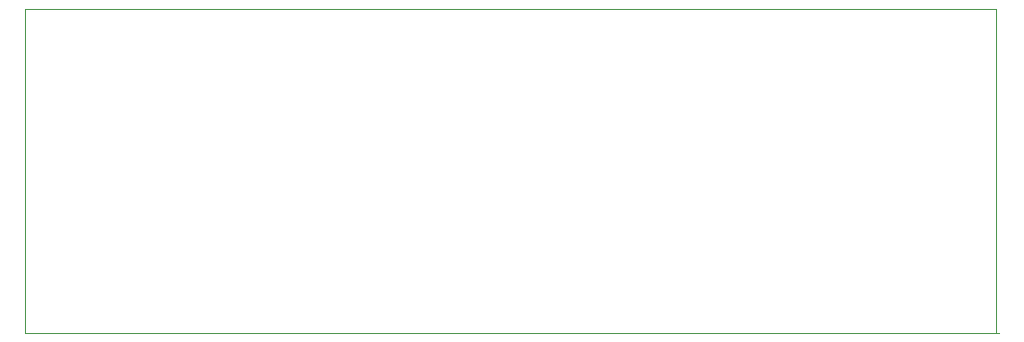
<source format=gko>
%FSLAX34Y34*%
G04 Gerber Fmt 3.4, Leading zero omitted, Abs format*
G04 (created by PCBNEW (2014-03-19 BZR 4756)-product) date Thu 19 Jun 2014 10:11:17 PM AKDT*
%MOIN*%
G01*
G70*
G90*
G04 APERTURE LIST*
%ADD10C,0.005906*%
%ADD11C,0.003937*%
G04 APERTURE END LIST*
G54D10*
G54D11*
X77900Y-25450D02*
X45550Y-25450D01*
X77950Y-25450D02*
X77900Y-25450D01*
X77950Y-36300D02*
X77950Y-25450D01*
X59250Y-36300D02*
X78050Y-36300D01*
X45550Y-36300D02*
X59300Y-36300D01*
X45550Y-25450D02*
X45550Y-36300D01*
M02*

</source>
